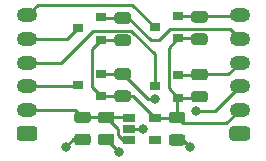
<source format=gbr>
%TF.GenerationSoftware,KiCad,Pcbnew,5.1.6-c6e7f7d~87~ubuntu20.04.1*%
%TF.CreationDate,2020-08-25T19:21:37-04:00*%
%TF.ProjectId,4_Channel_Level_Shifter,345f4368-616e-46e6-956c-5f4c6576656c,rev?*%
%TF.SameCoordinates,Original*%
%TF.FileFunction,Copper,L1,Top*%
%TF.FilePolarity,Positive*%
%FSLAX46Y46*%
G04 Gerber Fmt 4.6, Leading zero omitted, Abs format (unit mm)*
G04 Created by KiCad (PCBNEW 5.1.6-c6e7f7d~87~ubuntu20.04.1) date 2020-08-25 19:21:37*
%MOMM*%
%LPD*%
G01*
G04 APERTURE LIST*
%TA.AperFunction,SMDPad,CuDef*%
%ADD10R,1.060000X0.650000*%
%TD*%
%TA.AperFunction,SMDPad,CuDef*%
%ADD11R,0.900000X0.800000*%
%TD*%
%TA.AperFunction,ComponentPad*%
%ADD12O,1.750000X1.200000*%
%TD*%
%TA.AperFunction,ViaPad*%
%ADD13C,0.800000*%
%TD*%
%TA.AperFunction,Conductor*%
%ADD14C,0.250000*%
%TD*%
G04 APERTURE END LIST*
D10*
%TO.P,U1,5*%
%TO.N,VDD*%
X166000000Y-105050000D03*
%TO.P,U1,4*%
%TO.N,N/C*%
X166000000Y-106950000D03*
%TO.P,U1,3*%
%TO.N,VCC*%
X163800000Y-106950000D03*
%TO.P,U1,2*%
%TO.N,GND*%
X163800000Y-106000000D03*
%TO.P,U1,1*%
%TO.N,VCC*%
X163800000Y-105050000D03*
%TD*%
%TO.P,R4,2*%
%TO.N,4_L*%
%TA.AperFunction,SMDPad,CuDef*%
G36*
G01*
X170256250Y-97012500D02*
X169343750Y-97012500D01*
G75*
G02*
X169100000Y-96768750I0J243750D01*
G01*
X169100000Y-96281250D01*
G75*
G02*
X169343750Y-96037500I243750J0D01*
G01*
X170256250Y-96037500D01*
G75*
G02*
X170500000Y-96281250I0J-243750D01*
G01*
X170500000Y-96768750D01*
G75*
G02*
X170256250Y-97012500I-243750J0D01*
G01*
G37*
%TD.AperFunction*%
%TO.P,R4,1*%
%TO.N,VDD*%
%TA.AperFunction,SMDPad,CuDef*%
G36*
G01*
X170256250Y-98887500D02*
X169343750Y-98887500D01*
G75*
G02*
X169100000Y-98643750I0J243750D01*
G01*
X169100000Y-98156250D01*
G75*
G02*
X169343750Y-97912500I243750J0D01*
G01*
X170256250Y-97912500D01*
G75*
G02*
X170500000Y-98156250I0J-243750D01*
G01*
X170500000Y-98643750D01*
G75*
G02*
X170256250Y-98887500I-243750J0D01*
G01*
G37*
%TD.AperFunction*%
%TD*%
%TO.P,R3,2*%
%TO.N,3_L*%
%TA.AperFunction,SMDPad,CuDef*%
G36*
G01*
X163756250Y-97112500D02*
X162843750Y-97112500D01*
G75*
G02*
X162600000Y-96868750I0J243750D01*
G01*
X162600000Y-96381250D01*
G75*
G02*
X162843750Y-96137500I243750J0D01*
G01*
X163756250Y-96137500D01*
G75*
G02*
X164000000Y-96381250I0J-243750D01*
G01*
X164000000Y-96868750D01*
G75*
G02*
X163756250Y-97112500I-243750J0D01*
G01*
G37*
%TD.AperFunction*%
%TO.P,R3,1*%
%TO.N,VDD*%
%TA.AperFunction,SMDPad,CuDef*%
G36*
G01*
X163756250Y-98987500D02*
X162843750Y-98987500D01*
G75*
G02*
X162600000Y-98743750I0J243750D01*
G01*
X162600000Y-98256250D01*
G75*
G02*
X162843750Y-98012500I243750J0D01*
G01*
X163756250Y-98012500D01*
G75*
G02*
X164000000Y-98256250I0J-243750D01*
G01*
X164000000Y-98743750D01*
G75*
G02*
X163756250Y-98987500I-243750J0D01*
G01*
G37*
%TD.AperFunction*%
%TD*%
%TO.P,R2,2*%
%TO.N,2_L*%
%TA.AperFunction,SMDPad,CuDef*%
G36*
G01*
X170256250Y-101887500D02*
X169343750Y-101887500D01*
G75*
G02*
X169100000Y-101643750I0J243750D01*
G01*
X169100000Y-101156250D01*
G75*
G02*
X169343750Y-100912500I243750J0D01*
G01*
X170256250Y-100912500D01*
G75*
G02*
X170500000Y-101156250I0J-243750D01*
G01*
X170500000Y-101643750D01*
G75*
G02*
X170256250Y-101887500I-243750J0D01*
G01*
G37*
%TD.AperFunction*%
%TO.P,R2,1*%
%TO.N,VDD*%
%TA.AperFunction,SMDPad,CuDef*%
G36*
G01*
X170256250Y-103762500D02*
X169343750Y-103762500D01*
G75*
G02*
X169100000Y-103518750I0J243750D01*
G01*
X169100000Y-103031250D01*
G75*
G02*
X169343750Y-102787500I243750J0D01*
G01*
X170256250Y-102787500D01*
G75*
G02*
X170500000Y-103031250I0J-243750D01*
G01*
X170500000Y-103518750D01*
G75*
G02*
X170256250Y-103762500I-243750J0D01*
G01*
G37*
%TD.AperFunction*%
%TD*%
%TO.P,R1,2*%
%TO.N,1_L*%
%TA.AperFunction,SMDPad,CuDef*%
G36*
G01*
X163756250Y-101850000D02*
X162843750Y-101850000D01*
G75*
G02*
X162600000Y-101606250I0J243750D01*
G01*
X162600000Y-101118750D01*
G75*
G02*
X162843750Y-100875000I243750J0D01*
G01*
X163756250Y-100875000D01*
G75*
G02*
X164000000Y-101118750I0J-243750D01*
G01*
X164000000Y-101606250D01*
G75*
G02*
X163756250Y-101850000I-243750J0D01*
G01*
G37*
%TD.AperFunction*%
%TO.P,R1,1*%
%TO.N,VDD*%
%TA.AperFunction,SMDPad,CuDef*%
G36*
G01*
X163756250Y-103725000D02*
X162843750Y-103725000D01*
G75*
G02*
X162600000Y-103481250I0J243750D01*
G01*
X162600000Y-102993750D01*
G75*
G02*
X162843750Y-102750000I243750J0D01*
G01*
X163756250Y-102750000D01*
G75*
G02*
X164000000Y-102993750I0J-243750D01*
G01*
X164000000Y-103481250D01*
G75*
G02*
X163756250Y-103725000I-243750J0D01*
G01*
G37*
%TD.AperFunction*%
%TD*%
D11*
%TO.P,Q4,3*%
%TO.N,4_H*%
X166000000Y-97400000D03*
%TO.P,Q4,2*%
%TO.N,4_L*%
X168000000Y-96450000D03*
%TO.P,Q4,1*%
%TO.N,VDD*%
X168000000Y-98350000D03*
%TD*%
%TO.P,Q3,3*%
%TO.N,3_H*%
X159500000Y-97500000D03*
%TO.P,Q3,2*%
%TO.N,3_L*%
X161500000Y-96550000D03*
%TO.P,Q3,1*%
%TO.N,VDD*%
X161500000Y-98450000D03*
%TD*%
%TO.P,Q2,3*%
%TO.N,2_H*%
X166000000Y-102400000D03*
%TO.P,Q2,2*%
%TO.N,2_L*%
X168000000Y-101450000D03*
%TO.P,Q2,1*%
%TO.N,VDD*%
X168000000Y-103350000D03*
%TD*%
%TO.P,Q1,3*%
%TO.N,1_H*%
X159500000Y-102300000D03*
%TO.P,Q1,2*%
%TO.N,1_L*%
X161500000Y-101350000D03*
%TO.P,Q1,1*%
%TO.N,VDD*%
X161500000Y-103250000D03*
%TD*%
D12*
%TO.P,J2,6*%
%TO.N,4_L*%
X173200000Y-96400000D03*
%TO.P,J2,5*%
%TO.N,3_L*%
X173200000Y-98400000D03*
%TO.P,J2,4*%
%TO.N,2_L*%
X173200000Y-100400000D03*
%TO.P,J2,3*%
%TO.N,1_L*%
X173200000Y-102400000D03*
%TO.P,J2,2*%
%TO.N,VDD*%
X173200000Y-104400000D03*
%TO.P,J2,1*%
%TO.N,GND*%
%TA.AperFunction,ComponentPad*%
G36*
G01*
X173825001Y-107000000D02*
X172574999Y-107000000D01*
G75*
G02*
X172325000Y-106750001I0J249999D01*
G01*
X172325000Y-106049999D01*
G75*
G02*
X172574999Y-105800000I249999J0D01*
G01*
X173825001Y-105800000D01*
G75*
G02*
X174075000Y-106049999I0J-249999D01*
G01*
X174075000Y-106750001D01*
G75*
G02*
X173825001Y-107000000I-249999J0D01*
G01*
G37*
%TD.AperFunction*%
%TD*%
%TO.P,J1,6*%
%TO.N,4_H*%
X155200000Y-96400000D03*
%TO.P,J1,5*%
%TO.N,3_H*%
X155200000Y-98400000D03*
%TO.P,J1,4*%
%TO.N,2_H*%
X155200000Y-100400000D03*
%TO.P,J1,3*%
%TO.N,1_H*%
X155200000Y-102400000D03*
%TO.P,J1,2*%
%TO.N,VCC*%
X155200000Y-104400000D03*
%TO.P,J1,1*%
%TO.N,GND*%
%TA.AperFunction,ComponentPad*%
G36*
G01*
X155825001Y-107000000D02*
X154574999Y-107000000D01*
G75*
G02*
X154325000Y-106750001I0J249999D01*
G01*
X154325000Y-106049999D01*
G75*
G02*
X154574999Y-105800000I249999J0D01*
G01*
X155825001Y-105800000D01*
G75*
G02*
X156075000Y-106049999I0J-249999D01*
G01*
X156075000Y-106750001D01*
G75*
G02*
X155825001Y-107000000I-249999J0D01*
G01*
G37*
%TD.AperFunction*%
%TD*%
%TO.P,C3,2*%
%TO.N,GND*%
%TA.AperFunction,SMDPad,CuDef*%
G36*
G01*
X167443750Y-106450000D02*
X168356250Y-106450000D01*
G75*
G02*
X168600000Y-106693750I0J-243750D01*
G01*
X168600000Y-107181250D01*
G75*
G02*
X168356250Y-107425000I-243750J0D01*
G01*
X167443750Y-107425000D01*
G75*
G02*
X167200000Y-107181250I0J243750D01*
G01*
X167200000Y-106693750D01*
G75*
G02*
X167443750Y-106450000I243750J0D01*
G01*
G37*
%TD.AperFunction*%
%TO.P,C3,1*%
%TO.N,VDD*%
%TA.AperFunction,SMDPad,CuDef*%
G36*
G01*
X167443750Y-104575000D02*
X168356250Y-104575000D01*
G75*
G02*
X168600000Y-104818750I0J-243750D01*
G01*
X168600000Y-105306250D01*
G75*
G02*
X168356250Y-105550000I-243750J0D01*
G01*
X167443750Y-105550000D01*
G75*
G02*
X167200000Y-105306250I0J243750D01*
G01*
X167200000Y-104818750D01*
G75*
G02*
X167443750Y-104575000I243750J0D01*
G01*
G37*
%TD.AperFunction*%
%TD*%
%TO.P,C2,2*%
%TO.N,GND*%
%TA.AperFunction,SMDPad,CuDef*%
G36*
G01*
X161443750Y-106412500D02*
X162356250Y-106412500D01*
G75*
G02*
X162600000Y-106656250I0J-243750D01*
G01*
X162600000Y-107143750D01*
G75*
G02*
X162356250Y-107387500I-243750J0D01*
G01*
X161443750Y-107387500D01*
G75*
G02*
X161200000Y-107143750I0J243750D01*
G01*
X161200000Y-106656250D01*
G75*
G02*
X161443750Y-106412500I243750J0D01*
G01*
G37*
%TD.AperFunction*%
%TO.P,C2,1*%
%TO.N,VCC*%
%TA.AperFunction,SMDPad,CuDef*%
G36*
G01*
X161443750Y-104537500D02*
X162356250Y-104537500D01*
G75*
G02*
X162600000Y-104781250I0J-243750D01*
G01*
X162600000Y-105268750D01*
G75*
G02*
X162356250Y-105512500I-243750J0D01*
G01*
X161443750Y-105512500D01*
G75*
G02*
X161200000Y-105268750I0J243750D01*
G01*
X161200000Y-104781250D01*
G75*
G02*
X161443750Y-104537500I243750J0D01*
G01*
G37*
%TD.AperFunction*%
%TD*%
%TO.P,C1,2*%
%TO.N,GND*%
%TA.AperFunction,SMDPad,CuDef*%
G36*
G01*
X159443750Y-106412500D02*
X160356250Y-106412500D01*
G75*
G02*
X160600000Y-106656250I0J-243750D01*
G01*
X160600000Y-107143750D01*
G75*
G02*
X160356250Y-107387500I-243750J0D01*
G01*
X159443750Y-107387500D01*
G75*
G02*
X159200000Y-107143750I0J243750D01*
G01*
X159200000Y-106656250D01*
G75*
G02*
X159443750Y-106412500I243750J0D01*
G01*
G37*
%TD.AperFunction*%
%TO.P,C1,1*%
%TO.N,VCC*%
%TA.AperFunction,SMDPad,CuDef*%
G36*
G01*
X159443750Y-104537500D02*
X160356250Y-104537500D01*
G75*
G02*
X160600000Y-104781250I0J-243750D01*
G01*
X160600000Y-105268750D01*
G75*
G02*
X160356250Y-105512500I-243750J0D01*
G01*
X159443750Y-105512500D01*
G75*
G02*
X159200000Y-105268750I0J243750D01*
G01*
X159200000Y-104781250D01*
G75*
G02*
X159443750Y-104537500I243750J0D01*
G01*
G37*
%TD.AperFunction*%
%TD*%
D13*
%TO.N,GND*%
X158500000Y-107500000D03*
X163000000Y-108000000D03*
X165000000Y-106000000D03*
X169000000Y-107500000D03*
%TO.N,1_L*%
X169500000Y-104500000D03*
X166000000Y-103500000D03*
%TD*%
D14*
%TO.N,GND*%
X159900000Y-106900000D02*
X159100000Y-106900000D01*
X159100000Y-106900000D02*
X158500000Y-107500000D01*
X161900000Y-106900000D02*
X163000000Y-108000000D01*
X163800000Y-106000000D02*
X165000000Y-106000000D01*
X167900000Y-106937500D02*
X168437500Y-106937500D01*
X168437500Y-106937500D02*
X169000000Y-107500000D01*
%TO.N,VCC*%
X159275000Y-104400000D02*
X159900000Y-105025000D01*
X155200000Y-104400000D02*
X159275000Y-104400000D01*
X159900000Y-105025000D02*
X161900000Y-105025000D01*
X163775000Y-105025000D02*
X163800000Y-105050000D01*
X161900000Y-105025000D02*
X163775000Y-105025000D01*
X163309998Y-106950000D02*
X163800000Y-106950000D01*
X162925010Y-106565012D02*
X163309998Y-106950000D01*
X162925010Y-106050010D02*
X162925010Y-106565012D01*
X161900000Y-105025000D02*
X162925010Y-106050010D01*
%TO.N,VDD*%
X163287500Y-103250000D02*
X163300000Y-103237500D01*
X161500000Y-103250000D02*
X163287500Y-103250000D01*
X164187500Y-103237500D02*
X166000000Y-105050000D01*
X163300000Y-103237500D02*
X164187500Y-103237500D01*
X167887500Y-105050000D02*
X167900000Y-105062500D01*
X166000000Y-105050000D02*
X167887500Y-105050000D01*
X167900000Y-103450000D02*
X168000000Y-103350000D01*
X167900000Y-105062500D02*
X167900000Y-103450000D01*
X169725000Y-103350000D02*
X169800000Y-103275000D01*
X168000000Y-103350000D02*
X169725000Y-103350000D01*
X167224999Y-99125001D02*
X168000000Y-98350000D01*
X167224999Y-102574999D02*
X167224999Y-99125001D01*
X168000000Y-103350000D02*
X167224999Y-102574999D01*
X169750000Y-98350000D02*
X169800000Y-98400000D01*
X168000000Y-98350000D02*
X169750000Y-98350000D01*
X160724999Y-99225001D02*
X161500000Y-98450000D01*
X160724999Y-102474999D02*
X160724999Y-99225001D01*
X161500000Y-103250000D02*
X160724999Y-102474999D01*
X163250000Y-98450000D02*
X163300000Y-98500000D01*
X161500000Y-98450000D02*
X163250000Y-98450000D01*
X167900000Y-105062500D02*
X168385527Y-105548027D01*
X172051973Y-105548027D02*
X173200000Y-104400000D01*
X168385527Y-105548027D02*
X172051973Y-105548027D01*
%TO.N,4_H*%
X166000000Y-97400000D02*
X164100000Y-95500000D01*
X156100000Y-95500000D02*
X155200000Y-96400000D01*
X164100000Y-95500000D02*
X156100000Y-95500000D01*
%TO.N,3_H*%
X158600000Y-98400000D02*
X159500000Y-97500000D01*
X155200000Y-98400000D02*
X158600000Y-98400000D01*
%TO.N,2_H*%
X163991840Y-97687490D02*
X166000000Y-99695650D01*
X166000000Y-99695650D02*
X166000000Y-102400000D01*
X160827508Y-97687490D02*
X163991840Y-97687490D01*
X158114998Y-100400000D02*
X160827508Y-97687490D01*
X155200000Y-100400000D02*
X158114998Y-100400000D01*
%TO.N,1_H*%
X159400000Y-102400000D02*
X159500000Y-102300000D01*
X155200000Y-102400000D02*
X159400000Y-102400000D01*
%TO.N,4_L*%
X173150000Y-96450000D02*
X173200000Y-96400000D01*
X168000000Y-96450000D02*
X173150000Y-96450000D01*
%TO.N,3_L*%
X161575000Y-96625000D02*
X161500000Y-96550000D01*
X163300000Y-96625000D02*
X161575000Y-96625000D01*
X163789998Y-96625000D02*
X165664998Y-98500000D01*
X163300000Y-96625000D02*
X163789998Y-96625000D01*
X172387490Y-97587490D02*
X173200000Y-98400000D01*
X167327508Y-97587490D02*
X172387490Y-97587490D01*
X166414998Y-98500000D02*
X167327508Y-97587490D01*
X165664998Y-98500000D02*
X166414998Y-98500000D01*
%TO.N,2_L*%
X169750000Y-101450000D02*
X169800000Y-101400000D01*
X168000000Y-101450000D02*
X169750000Y-101450000D01*
X172200000Y-101400000D02*
X173200000Y-100400000D01*
X169800000Y-101400000D02*
X172200000Y-101400000D01*
%TO.N,1_L*%
X163287500Y-101350000D02*
X163300000Y-101362500D01*
X161500000Y-101350000D02*
X163287500Y-101350000D01*
X171100000Y-104500000D02*
X169500000Y-104500000D01*
X173200000Y-102400000D02*
X171100000Y-104500000D01*
X165437500Y-103500000D02*
X163300000Y-101362500D01*
X166000000Y-103500000D02*
X165437500Y-103500000D01*
%TD*%
M02*

</source>
